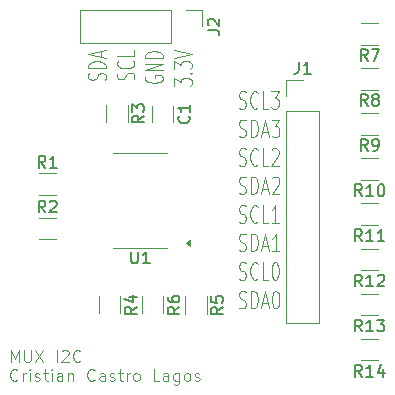
<source format=gbr>
%TF.GenerationSoftware,KiCad,Pcbnew,9.0.6*%
%TF.CreationDate,2026-01-26T18:49:08-03:00*%
%TF.ProjectId,evasion_sensor,65766173-696f-46e5-9f73-656e736f722e,rev?*%
%TF.SameCoordinates,Original*%
%TF.FileFunction,Legend,Top*%
%TF.FilePolarity,Positive*%
%FSLAX46Y46*%
G04 Gerber Fmt 4.6, Leading zero omitted, Abs format (unit mm)*
G04 Created by KiCad (PCBNEW 9.0.6) date 2026-01-26 18:49:08*
%MOMM*%
%LPD*%
G01*
G04 APERTURE LIST*
%ADD10C,0.125000*%
%ADD11C,0.150000*%
%ADD12C,0.120000*%
G04 APERTURE END LIST*
D10*
X197752712Y-65724088D02*
X197895569Y-65795516D01*
X197895569Y-65795516D02*
X198133664Y-65795516D01*
X198133664Y-65795516D02*
X198228902Y-65724088D01*
X198228902Y-65724088D02*
X198276521Y-65652659D01*
X198276521Y-65652659D02*
X198324140Y-65509802D01*
X198324140Y-65509802D02*
X198324140Y-65366945D01*
X198324140Y-65366945D02*
X198276521Y-65224088D01*
X198276521Y-65224088D02*
X198228902Y-65152659D01*
X198228902Y-65152659D02*
X198133664Y-65081230D01*
X198133664Y-65081230D02*
X197943188Y-65009802D01*
X197943188Y-65009802D02*
X197847950Y-64938373D01*
X197847950Y-64938373D02*
X197800331Y-64866945D01*
X197800331Y-64866945D02*
X197752712Y-64724088D01*
X197752712Y-64724088D02*
X197752712Y-64581230D01*
X197752712Y-64581230D02*
X197800331Y-64438373D01*
X197800331Y-64438373D02*
X197847950Y-64366945D01*
X197847950Y-64366945D02*
X197943188Y-64295516D01*
X197943188Y-64295516D02*
X198181283Y-64295516D01*
X198181283Y-64295516D02*
X198324140Y-64366945D01*
X199324140Y-65652659D02*
X199276521Y-65724088D01*
X199276521Y-65724088D02*
X199133664Y-65795516D01*
X199133664Y-65795516D02*
X199038426Y-65795516D01*
X199038426Y-65795516D02*
X198895569Y-65724088D01*
X198895569Y-65724088D02*
X198800331Y-65581230D01*
X198800331Y-65581230D02*
X198752712Y-65438373D01*
X198752712Y-65438373D02*
X198705093Y-65152659D01*
X198705093Y-65152659D02*
X198705093Y-64938373D01*
X198705093Y-64938373D02*
X198752712Y-64652659D01*
X198752712Y-64652659D02*
X198800331Y-64509802D01*
X198800331Y-64509802D02*
X198895569Y-64366945D01*
X198895569Y-64366945D02*
X199038426Y-64295516D01*
X199038426Y-64295516D02*
X199133664Y-64295516D01*
X199133664Y-64295516D02*
X199276521Y-64366945D01*
X199276521Y-64366945D02*
X199324140Y-64438373D01*
X200228902Y-65795516D02*
X199752712Y-65795516D01*
X199752712Y-65795516D02*
X199752712Y-64295516D01*
X200466998Y-64295516D02*
X201086045Y-64295516D01*
X201086045Y-64295516D02*
X200752712Y-64866945D01*
X200752712Y-64866945D02*
X200895569Y-64866945D01*
X200895569Y-64866945D02*
X200990807Y-64938373D01*
X200990807Y-64938373D02*
X201038426Y-65009802D01*
X201038426Y-65009802D02*
X201086045Y-65152659D01*
X201086045Y-65152659D02*
X201086045Y-65509802D01*
X201086045Y-65509802D02*
X201038426Y-65652659D01*
X201038426Y-65652659D02*
X200990807Y-65724088D01*
X200990807Y-65724088D02*
X200895569Y-65795516D01*
X200895569Y-65795516D02*
X200609855Y-65795516D01*
X200609855Y-65795516D02*
X200514617Y-65724088D01*
X200514617Y-65724088D02*
X200466998Y-65652659D01*
X197752712Y-68139004D02*
X197895569Y-68210432D01*
X197895569Y-68210432D02*
X198133664Y-68210432D01*
X198133664Y-68210432D02*
X198228902Y-68139004D01*
X198228902Y-68139004D02*
X198276521Y-68067575D01*
X198276521Y-68067575D02*
X198324140Y-67924718D01*
X198324140Y-67924718D02*
X198324140Y-67781861D01*
X198324140Y-67781861D02*
X198276521Y-67639004D01*
X198276521Y-67639004D02*
X198228902Y-67567575D01*
X198228902Y-67567575D02*
X198133664Y-67496146D01*
X198133664Y-67496146D02*
X197943188Y-67424718D01*
X197943188Y-67424718D02*
X197847950Y-67353289D01*
X197847950Y-67353289D02*
X197800331Y-67281861D01*
X197800331Y-67281861D02*
X197752712Y-67139004D01*
X197752712Y-67139004D02*
X197752712Y-66996146D01*
X197752712Y-66996146D02*
X197800331Y-66853289D01*
X197800331Y-66853289D02*
X197847950Y-66781861D01*
X197847950Y-66781861D02*
X197943188Y-66710432D01*
X197943188Y-66710432D02*
X198181283Y-66710432D01*
X198181283Y-66710432D02*
X198324140Y-66781861D01*
X198752712Y-68210432D02*
X198752712Y-66710432D01*
X198752712Y-66710432D02*
X198990807Y-66710432D01*
X198990807Y-66710432D02*
X199133664Y-66781861D01*
X199133664Y-66781861D02*
X199228902Y-66924718D01*
X199228902Y-66924718D02*
X199276521Y-67067575D01*
X199276521Y-67067575D02*
X199324140Y-67353289D01*
X199324140Y-67353289D02*
X199324140Y-67567575D01*
X199324140Y-67567575D02*
X199276521Y-67853289D01*
X199276521Y-67853289D02*
X199228902Y-67996146D01*
X199228902Y-67996146D02*
X199133664Y-68139004D01*
X199133664Y-68139004D02*
X198990807Y-68210432D01*
X198990807Y-68210432D02*
X198752712Y-68210432D01*
X199705093Y-67781861D02*
X200181283Y-67781861D01*
X199609855Y-68210432D02*
X199943188Y-66710432D01*
X199943188Y-66710432D02*
X200276521Y-68210432D01*
X200514617Y-66710432D02*
X201133664Y-66710432D01*
X201133664Y-66710432D02*
X200800331Y-67281861D01*
X200800331Y-67281861D02*
X200943188Y-67281861D01*
X200943188Y-67281861D02*
X201038426Y-67353289D01*
X201038426Y-67353289D02*
X201086045Y-67424718D01*
X201086045Y-67424718D02*
X201133664Y-67567575D01*
X201133664Y-67567575D02*
X201133664Y-67924718D01*
X201133664Y-67924718D02*
X201086045Y-68067575D01*
X201086045Y-68067575D02*
X201038426Y-68139004D01*
X201038426Y-68139004D02*
X200943188Y-68210432D01*
X200943188Y-68210432D02*
X200657474Y-68210432D01*
X200657474Y-68210432D02*
X200562236Y-68139004D01*
X200562236Y-68139004D02*
X200514617Y-68067575D01*
X197752712Y-70553920D02*
X197895569Y-70625348D01*
X197895569Y-70625348D02*
X198133664Y-70625348D01*
X198133664Y-70625348D02*
X198228902Y-70553920D01*
X198228902Y-70553920D02*
X198276521Y-70482491D01*
X198276521Y-70482491D02*
X198324140Y-70339634D01*
X198324140Y-70339634D02*
X198324140Y-70196777D01*
X198324140Y-70196777D02*
X198276521Y-70053920D01*
X198276521Y-70053920D02*
X198228902Y-69982491D01*
X198228902Y-69982491D02*
X198133664Y-69911062D01*
X198133664Y-69911062D02*
X197943188Y-69839634D01*
X197943188Y-69839634D02*
X197847950Y-69768205D01*
X197847950Y-69768205D02*
X197800331Y-69696777D01*
X197800331Y-69696777D02*
X197752712Y-69553920D01*
X197752712Y-69553920D02*
X197752712Y-69411062D01*
X197752712Y-69411062D02*
X197800331Y-69268205D01*
X197800331Y-69268205D02*
X197847950Y-69196777D01*
X197847950Y-69196777D02*
X197943188Y-69125348D01*
X197943188Y-69125348D02*
X198181283Y-69125348D01*
X198181283Y-69125348D02*
X198324140Y-69196777D01*
X199324140Y-70482491D02*
X199276521Y-70553920D01*
X199276521Y-70553920D02*
X199133664Y-70625348D01*
X199133664Y-70625348D02*
X199038426Y-70625348D01*
X199038426Y-70625348D02*
X198895569Y-70553920D01*
X198895569Y-70553920D02*
X198800331Y-70411062D01*
X198800331Y-70411062D02*
X198752712Y-70268205D01*
X198752712Y-70268205D02*
X198705093Y-69982491D01*
X198705093Y-69982491D02*
X198705093Y-69768205D01*
X198705093Y-69768205D02*
X198752712Y-69482491D01*
X198752712Y-69482491D02*
X198800331Y-69339634D01*
X198800331Y-69339634D02*
X198895569Y-69196777D01*
X198895569Y-69196777D02*
X199038426Y-69125348D01*
X199038426Y-69125348D02*
X199133664Y-69125348D01*
X199133664Y-69125348D02*
X199276521Y-69196777D01*
X199276521Y-69196777D02*
X199324140Y-69268205D01*
X200228902Y-70625348D02*
X199752712Y-70625348D01*
X199752712Y-70625348D02*
X199752712Y-69125348D01*
X200514617Y-69268205D02*
X200562236Y-69196777D01*
X200562236Y-69196777D02*
X200657474Y-69125348D01*
X200657474Y-69125348D02*
X200895569Y-69125348D01*
X200895569Y-69125348D02*
X200990807Y-69196777D01*
X200990807Y-69196777D02*
X201038426Y-69268205D01*
X201038426Y-69268205D02*
X201086045Y-69411062D01*
X201086045Y-69411062D02*
X201086045Y-69553920D01*
X201086045Y-69553920D02*
X201038426Y-69768205D01*
X201038426Y-69768205D02*
X200466998Y-70625348D01*
X200466998Y-70625348D02*
X201086045Y-70625348D01*
X197752712Y-72968836D02*
X197895569Y-73040264D01*
X197895569Y-73040264D02*
X198133664Y-73040264D01*
X198133664Y-73040264D02*
X198228902Y-72968836D01*
X198228902Y-72968836D02*
X198276521Y-72897407D01*
X198276521Y-72897407D02*
X198324140Y-72754550D01*
X198324140Y-72754550D02*
X198324140Y-72611693D01*
X198324140Y-72611693D02*
X198276521Y-72468836D01*
X198276521Y-72468836D02*
X198228902Y-72397407D01*
X198228902Y-72397407D02*
X198133664Y-72325978D01*
X198133664Y-72325978D02*
X197943188Y-72254550D01*
X197943188Y-72254550D02*
X197847950Y-72183121D01*
X197847950Y-72183121D02*
X197800331Y-72111693D01*
X197800331Y-72111693D02*
X197752712Y-71968836D01*
X197752712Y-71968836D02*
X197752712Y-71825978D01*
X197752712Y-71825978D02*
X197800331Y-71683121D01*
X197800331Y-71683121D02*
X197847950Y-71611693D01*
X197847950Y-71611693D02*
X197943188Y-71540264D01*
X197943188Y-71540264D02*
X198181283Y-71540264D01*
X198181283Y-71540264D02*
X198324140Y-71611693D01*
X198752712Y-73040264D02*
X198752712Y-71540264D01*
X198752712Y-71540264D02*
X198990807Y-71540264D01*
X198990807Y-71540264D02*
X199133664Y-71611693D01*
X199133664Y-71611693D02*
X199228902Y-71754550D01*
X199228902Y-71754550D02*
X199276521Y-71897407D01*
X199276521Y-71897407D02*
X199324140Y-72183121D01*
X199324140Y-72183121D02*
X199324140Y-72397407D01*
X199324140Y-72397407D02*
X199276521Y-72683121D01*
X199276521Y-72683121D02*
X199228902Y-72825978D01*
X199228902Y-72825978D02*
X199133664Y-72968836D01*
X199133664Y-72968836D02*
X198990807Y-73040264D01*
X198990807Y-73040264D02*
X198752712Y-73040264D01*
X199705093Y-72611693D02*
X200181283Y-72611693D01*
X199609855Y-73040264D02*
X199943188Y-71540264D01*
X199943188Y-71540264D02*
X200276521Y-73040264D01*
X200562236Y-71683121D02*
X200609855Y-71611693D01*
X200609855Y-71611693D02*
X200705093Y-71540264D01*
X200705093Y-71540264D02*
X200943188Y-71540264D01*
X200943188Y-71540264D02*
X201038426Y-71611693D01*
X201038426Y-71611693D02*
X201086045Y-71683121D01*
X201086045Y-71683121D02*
X201133664Y-71825978D01*
X201133664Y-71825978D02*
X201133664Y-71968836D01*
X201133664Y-71968836D02*
X201086045Y-72183121D01*
X201086045Y-72183121D02*
X200514617Y-73040264D01*
X200514617Y-73040264D02*
X201133664Y-73040264D01*
X197752712Y-75383752D02*
X197895569Y-75455180D01*
X197895569Y-75455180D02*
X198133664Y-75455180D01*
X198133664Y-75455180D02*
X198228902Y-75383752D01*
X198228902Y-75383752D02*
X198276521Y-75312323D01*
X198276521Y-75312323D02*
X198324140Y-75169466D01*
X198324140Y-75169466D02*
X198324140Y-75026609D01*
X198324140Y-75026609D02*
X198276521Y-74883752D01*
X198276521Y-74883752D02*
X198228902Y-74812323D01*
X198228902Y-74812323D02*
X198133664Y-74740894D01*
X198133664Y-74740894D02*
X197943188Y-74669466D01*
X197943188Y-74669466D02*
X197847950Y-74598037D01*
X197847950Y-74598037D02*
X197800331Y-74526609D01*
X197800331Y-74526609D02*
X197752712Y-74383752D01*
X197752712Y-74383752D02*
X197752712Y-74240894D01*
X197752712Y-74240894D02*
X197800331Y-74098037D01*
X197800331Y-74098037D02*
X197847950Y-74026609D01*
X197847950Y-74026609D02*
X197943188Y-73955180D01*
X197943188Y-73955180D02*
X198181283Y-73955180D01*
X198181283Y-73955180D02*
X198324140Y-74026609D01*
X199324140Y-75312323D02*
X199276521Y-75383752D01*
X199276521Y-75383752D02*
X199133664Y-75455180D01*
X199133664Y-75455180D02*
X199038426Y-75455180D01*
X199038426Y-75455180D02*
X198895569Y-75383752D01*
X198895569Y-75383752D02*
X198800331Y-75240894D01*
X198800331Y-75240894D02*
X198752712Y-75098037D01*
X198752712Y-75098037D02*
X198705093Y-74812323D01*
X198705093Y-74812323D02*
X198705093Y-74598037D01*
X198705093Y-74598037D02*
X198752712Y-74312323D01*
X198752712Y-74312323D02*
X198800331Y-74169466D01*
X198800331Y-74169466D02*
X198895569Y-74026609D01*
X198895569Y-74026609D02*
X199038426Y-73955180D01*
X199038426Y-73955180D02*
X199133664Y-73955180D01*
X199133664Y-73955180D02*
X199276521Y-74026609D01*
X199276521Y-74026609D02*
X199324140Y-74098037D01*
X200228902Y-75455180D02*
X199752712Y-75455180D01*
X199752712Y-75455180D02*
X199752712Y-73955180D01*
X201086045Y-75455180D02*
X200514617Y-75455180D01*
X200800331Y-75455180D02*
X200800331Y-73955180D01*
X200800331Y-73955180D02*
X200705093Y-74169466D01*
X200705093Y-74169466D02*
X200609855Y-74312323D01*
X200609855Y-74312323D02*
X200514617Y-74383752D01*
X197752712Y-77798668D02*
X197895569Y-77870096D01*
X197895569Y-77870096D02*
X198133664Y-77870096D01*
X198133664Y-77870096D02*
X198228902Y-77798668D01*
X198228902Y-77798668D02*
X198276521Y-77727239D01*
X198276521Y-77727239D02*
X198324140Y-77584382D01*
X198324140Y-77584382D02*
X198324140Y-77441525D01*
X198324140Y-77441525D02*
X198276521Y-77298668D01*
X198276521Y-77298668D02*
X198228902Y-77227239D01*
X198228902Y-77227239D02*
X198133664Y-77155810D01*
X198133664Y-77155810D02*
X197943188Y-77084382D01*
X197943188Y-77084382D02*
X197847950Y-77012953D01*
X197847950Y-77012953D02*
X197800331Y-76941525D01*
X197800331Y-76941525D02*
X197752712Y-76798668D01*
X197752712Y-76798668D02*
X197752712Y-76655810D01*
X197752712Y-76655810D02*
X197800331Y-76512953D01*
X197800331Y-76512953D02*
X197847950Y-76441525D01*
X197847950Y-76441525D02*
X197943188Y-76370096D01*
X197943188Y-76370096D02*
X198181283Y-76370096D01*
X198181283Y-76370096D02*
X198324140Y-76441525D01*
X198752712Y-77870096D02*
X198752712Y-76370096D01*
X198752712Y-76370096D02*
X198990807Y-76370096D01*
X198990807Y-76370096D02*
X199133664Y-76441525D01*
X199133664Y-76441525D02*
X199228902Y-76584382D01*
X199228902Y-76584382D02*
X199276521Y-76727239D01*
X199276521Y-76727239D02*
X199324140Y-77012953D01*
X199324140Y-77012953D02*
X199324140Y-77227239D01*
X199324140Y-77227239D02*
X199276521Y-77512953D01*
X199276521Y-77512953D02*
X199228902Y-77655810D01*
X199228902Y-77655810D02*
X199133664Y-77798668D01*
X199133664Y-77798668D02*
X198990807Y-77870096D01*
X198990807Y-77870096D02*
X198752712Y-77870096D01*
X199705093Y-77441525D02*
X200181283Y-77441525D01*
X199609855Y-77870096D02*
X199943188Y-76370096D01*
X199943188Y-76370096D02*
X200276521Y-77870096D01*
X201133664Y-77870096D02*
X200562236Y-77870096D01*
X200847950Y-77870096D02*
X200847950Y-76370096D01*
X200847950Y-76370096D02*
X200752712Y-76584382D01*
X200752712Y-76584382D02*
X200657474Y-76727239D01*
X200657474Y-76727239D02*
X200562236Y-76798668D01*
X197752712Y-80213584D02*
X197895569Y-80285012D01*
X197895569Y-80285012D02*
X198133664Y-80285012D01*
X198133664Y-80285012D02*
X198228902Y-80213584D01*
X198228902Y-80213584D02*
X198276521Y-80142155D01*
X198276521Y-80142155D02*
X198324140Y-79999298D01*
X198324140Y-79999298D02*
X198324140Y-79856441D01*
X198324140Y-79856441D02*
X198276521Y-79713584D01*
X198276521Y-79713584D02*
X198228902Y-79642155D01*
X198228902Y-79642155D02*
X198133664Y-79570726D01*
X198133664Y-79570726D02*
X197943188Y-79499298D01*
X197943188Y-79499298D02*
X197847950Y-79427869D01*
X197847950Y-79427869D02*
X197800331Y-79356441D01*
X197800331Y-79356441D02*
X197752712Y-79213584D01*
X197752712Y-79213584D02*
X197752712Y-79070726D01*
X197752712Y-79070726D02*
X197800331Y-78927869D01*
X197800331Y-78927869D02*
X197847950Y-78856441D01*
X197847950Y-78856441D02*
X197943188Y-78785012D01*
X197943188Y-78785012D02*
X198181283Y-78785012D01*
X198181283Y-78785012D02*
X198324140Y-78856441D01*
X199324140Y-80142155D02*
X199276521Y-80213584D01*
X199276521Y-80213584D02*
X199133664Y-80285012D01*
X199133664Y-80285012D02*
X199038426Y-80285012D01*
X199038426Y-80285012D02*
X198895569Y-80213584D01*
X198895569Y-80213584D02*
X198800331Y-80070726D01*
X198800331Y-80070726D02*
X198752712Y-79927869D01*
X198752712Y-79927869D02*
X198705093Y-79642155D01*
X198705093Y-79642155D02*
X198705093Y-79427869D01*
X198705093Y-79427869D02*
X198752712Y-79142155D01*
X198752712Y-79142155D02*
X198800331Y-78999298D01*
X198800331Y-78999298D02*
X198895569Y-78856441D01*
X198895569Y-78856441D02*
X199038426Y-78785012D01*
X199038426Y-78785012D02*
X199133664Y-78785012D01*
X199133664Y-78785012D02*
X199276521Y-78856441D01*
X199276521Y-78856441D02*
X199324140Y-78927869D01*
X200228902Y-80285012D02*
X199752712Y-80285012D01*
X199752712Y-80285012D02*
X199752712Y-78785012D01*
X200752712Y-78785012D02*
X200847950Y-78785012D01*
X200847950Y-78785012D02*
X200943188Y-78856441D01*
X200943188Y-78856441D02*
X200990807Y-78927869D01*
X200990807Y-78927869D02*
X201038426Y-79070726D01*
X201038426Y-79070726D02*
X201086045Y-79356441D01*
X201086045Y-79356441D02*
X201086045Y-79713584D01*
X201086045Y-79713584D02*
X201038426Y-79999298D01*
X201038426Y-79999298D02*
X200990807Y-80142155D01*
X200990807Y-80142155D02*
X200943188Y-80213584D01*
X200943188Y-80213584D02*
X200847950Y-80285012D01*
X200847950Y-80285012D02*
X200752712Y-80285012D01*
X200752712Y-80285012D02*
X200657474Y-80213584D01*
X200657474Y-80213584D02*
X200609855Y-80142155D01*
X200609855Y-80142155D02*
X200562236Y-79999298D01*
X200562236Y-79999298D02*
X200514617Y-79713584D01*
X200514617Y-79713584D02*
X200514617Y-79356441D01*
X200514617Y-79356441D02*
X200562236Y-79070726D01*
X200562236Y-79070726D02*
X200609855Y-78927869D01*
X200609855Y-78927869D02*
X200657474Y-78856441D01*
X200657474Y-78856441D02*
X200752712Y-78785012D01*
X197752712Y-82628500D02*
X197895569Y-82699928D01*
X197895569Y-82699928D02*
X198133664Y-82699928D01*
X198133664Y-82699928D02*
X198228902Y-82628500D01*
X198228902Y-82628500D02*
X198276521Y-82557071D01*
X198276521Y-82557071D02*
X198324140Y-82414214D01*
X198324140Y-82414214D02*
X198324140Y-82271357D01*
X198324140Y-82271357D02*
X198276521Y-82128500D01*
X198276521Y-82128500D02*
X198228902Y-82057071D01*
X198228902Y-82057071D02*
X198133664Y-81985642D01*
X198133664Y-81985642D02*
X197943188Y-81914214D01*
X197943188Y-81914214D02*
X197847950Y-81842785D01*
X197847950Y-81842785D02*
X197800331Y-81771357D01*
X197800331Y-81771357D02*
X197752712Y-81628500D01*
X197752712Y-81628500D02*
X197752712Y-81485642D01*
X197752712Y-81485642D02*
X197800331Y-81342785D01*
X197800331Y-81342785D02*
X197847950Y-81271357D01*
X197847950Y-81271357D02*
X197943188Y-81199928D01*
X197943188Y-81199928D02*
X198181283Y-81199928D01*
X198181283Y-81199928D02*
X198324140Y-81271357D01*
X198752712Y-82699928D02*
X198752712Y-81199928D01*
X198752712Y-81199928D02*
X198990807Y-81199928D01*
X198990807Y-81199928D02*
X199133664Y-81271357D01*
X199133664Y-81271357D02*
X199228902Y-81414214D01*
X199228902Y-81414214D02*
X199276521Y-81557071D01*
X199276521Y-81557071D02*
X199324140Y-81842785D01*
X199324140Y-81842785D02*
X199324140Y-82057071D01*
X199324140Y-82057071D02*
X199276521Y-82342785D01*
X199276521Y-82342785D02*
X199228902Y-82485642D01*
X199228902Y-82485642D02*
X199133664Y-82628500D01*
X199133664Y-82628500D02*
X198990807Y-82699928D01*
X198990807Y-82699928D02*
X198752712Y-82699928D01*
X199705093Y-82271357D02*
X200181283Y-82271357D01*
X199609855Y-82699928D02*
X199943188Y-81199928D01*
X199943188Y-81199928D02*
X200276521Y-82699928D01*
X200800331Y-81199928D02*
X200895569Y-81199928D01*
X200895569Y-81199928D02*
X200990807Y-81271357D01*
X200990807Y-81271357D02*
X201038426Y-81342785D01*
X201038426Y-81342785D02*
X201086045Y-81485642D01*
X201086045Y-81485642D02*
X201133664Y-81771357D01*
X201133664Y-81771357D02*
X201133664Y-82128500D01*
X201133664Y-82128500D02*
X201086045Y-82414214D01*
X201086045Y-82414214D02*
X201038426Y-82557071D01*
X201038426Y-82557071D02*
X200990807Y-82628500D01*
X200990807Y-82628500D02*
X200895569Y-82699928D01*
X200895569Y-82699928D02*
X200800331Y-82699928D01*
X200800331Y-82699928D02*
X200705093Y-82628500D01*
X200705093Y-82628500D02*
X200657474Y-82557071D01*
X200657474Y-82557071D02*
X200609855Y-82414214D01*
X200609855Y-82414214D02*
X200562236Y-82128500D01*
X200562236Y-82128500D02*
X200562236Y-81771357D01*
X200562236Y-81771357D02*
X200609855Y-81485642D01*
X200609855Y-81485642D02*
X200657474Y-81342785D01*
X200657474Y-81342785D02*
X200705093Y-81271357D01*
X200705093Y-81271357D02*
X200800331Y-81199928D01*
X178410331Y-87231175D02*
X178410331Y-86231175D01*
X178410331Y-86231175D02*
X178743664Y-86945460D01*
X178743664Y-86945460D02*
X179076997Y-86231175D01*
X179076997Y-86231175D02*
X179076997Y-87231175D01*
X179553188Y-86231175D02*
X179553188Y-87040698D01*
X179553188Y-87040698D02*
X179600807Y-87135936D01*
X179600807Y-87135936D02*
X179648426Y-87183556D01*
X179648426Y-87183556D02*
X179743664Y-87231175D01*
X179743664Y-87231175D02*
X179934140Y-87231175D01*
X179934140Y-87231175D02*
X180029378Y-87183556D01*
X180029378Y-87183556D02*
X180076997Y-87135936D01*
X180076997Y-87135936D02*
X180124616Y-87040698D01*
X180124616Y-87040698D02*
X180124616Y-86231175D01*
X180505569Y-86231175D02*
X181172235Y-87231175D01*
X181172235Y-86231175D02*
X180505569Y-87231175D01*
X182315093Y-87231175D02*
X182315093Y-86231175D01*
X182743664Y-86326413D02*
X182791283Y-86278794D01*
X182791283Y-86278794D02*
X182886521Y-86231175D01*
X182886521Y-86231175D02*
X183124616Y-86231175D01*
X183124616Y-86231175D02*
X183219854Y-86278794D01*
X183219854Y-86278794D02*
X183267473Y-86326413D01*
X183267473Y-86326413D02*
X183315092Y-86421651D01*
X183315092Y-86421651D02*
X183315092Y-86516889D01*
X183315092Y-86516889D02*
X183267473Y-86659746D01*
X183267473Y-86659746D02*
X182696045Y-87231175D01*
X182696045Y-87231175D02*
X183315092Y-87231175D01*
X184315092Y-87135936D02*
X184267473Y-87183556D01*
X184267473Y-87183556D02*
X184124616Y-87231175D01*
X184124616Y-87231175D02*
X184029378Y-87231175D01*
X184029378Y-87231175D02*
X183886521Y-87183556D01*
X183886521Y-87183556D02*
X183791283Y-87088317D01*
X183791283Y-87088317D02*
X183743664Y-86993079D01*
X183743664Y-86993079D02*
X183696045Y-86802603D01*
X183696045Y-86802603D02*
X183696045Y-86659746D01*
X183696045Y-86659746D02*
X183743664Y-86469270D01*
X183743664Y-86469270D02*
X183791283Y-86374032D01*
X183791283Y-86374032D02*
X183886521Y-86278794D01*
X183886521Y-86278794D02*
X184029378Y-86231175D01*
X184029378Y-86231175D02*
X184124616Y-86231175D01*
X184124616Y-86231175D02*
X184267473Y-86278794D01*
X184267473Y-86278794D02*
X184315092Y-86326413D01*
X178981759Y-88745880D02*
X178934140Y-88793500D01*
X178934140Y-88793500D02*
X178791283Y-88841119D01*
X178791283Y-88841119D02*
X178696045Y-88841119D01*
X178696045Y-88841119D02*
X178553188Y-88793500D01*
X178553188Y-88793500D02*
X178457950Y-88698261D01*
X178457950Y-88698261D02*
X178410331Y-88603023D01*
X178410331Y-88603023D02*
X178362712Y-88412547D01*
X178362712Y-88412547D02*
X178362712Y-88269690D01*
X178362712Y-88269690D02*
X178410331Y-88079214D01*
X178410331Y-88079214D02*
X178457950Y-87983976D01*
X178457950Y-87983976D02*
X178553188Y-87888738D01*
X178553188Y-87888738D02*
X178696045Y-87841119D01*
X178696045Y-87841119D02*
X178791283Y-87841119D01*
X178791283Y-87841119D02*
X178934140Y-87888738D01*
X178934140Y-87888738D02*
X178981759Y-87936357D01*
X179410331Y-88841119D02*
X179410331Y-88174452D01*
X179410331Y-88364928D02*
X179457950Y-88269690D01*
X179457950Y-88269690D02*
X179505569Y-88222071D01*
X179505569Y-88222071D02*
X179600807Y-88174452D01*
X179600807Y-88174452D02*
X179696045Y-88174452D01*
X180029379Y-88841119D02*
X180029379Y-88174452D01*
X180029379Y-87841119D02*
X179981760Y-87888738D01*
X179981760Y-87888738D02*
X180029379Y-87936357D01*
X180029379Y-87936357D02*
X180076998Y-87888738D01*
X180076998Y-87888738D02*
X180029379Y-87841119D01*
X180029379Y-87841119D02*
X180029379Y-87936357D01*
X180457950Y-88793500D02*
X180553188Y-88841119D01*
X180553188Y-88841119D02*
X180743664Y-88841119D01*
X180743664Y-88841119D02*
X180838902Y-88793500D01*
X180838902Y-88793500D02*
X180886521Y-88698261D01*
X180886521Y-88698261D02*
X180886521Y-88650642D01*
X180886521Y-88650642D02*
X180838902Y-88555404D01*
X180838902Y-88555404D02*
X180743664Y-88507785D01*
X180743664Y-88507785D02*
X180600807Y-88507785D01*
X180600807Y-88507785D02*
X180505569Y-88460166D01*
X180505569Y-88460166D02*
X180457950Y-88364928D01*
X180457950Y-88364928D02*
X180457950Y-88317309D01*
X180457950Y-88317309D02*
X180505569Y-88222071D01*
X180505569Y-88222071D02*
X180600807Y-88174452D01*
X180600807Y-88174452D02*
X180743664Y-88174452D01*
X180743664Y-88174452D02*
X180838902Y-88222071D01*
X181172236Y-88174452D02*
X181553188Y-88174452D01*
X181315093Y-87841119D02*
X181315093Y-88698261D01*
X181315093Y-88698261D02*
X181362712Y-88793500D01*
X181362712Y-88793500D02*
X181457950Y-88841119D01*
X181457950Y-88841119D02*
X181553188Y-88841119D01*
X181886522Y-88841119D02*
X181886522Y-88174452D01*
X181886522Y-87841119D02*
X181838903Y-87888738D01*
X181838903Y-87888738D02*
X181886522Y-87936357D01*
X181886522Y-87936357D02*
X181934141Y-87888738D01*
X181934141Y-87888738D02*
X181886522Y-87841119D01*
X181886522Y-87841119D02*
X181886522Y-87936357D01*
X182791283Y-88841119D02*
X182791283Y-88317309D01*
X182791283Y-88317309D02*
X182743664Y-88222071D01*
X182743664Y-88222071D02*
X182648426Y-88174452D01*
X182648426Y-88174452D02*
X182457950Y-88174452D01*
X182457950Y-88174452D02*
X182362712Y-88222071D01*
X182791283Y-88793500D02*
X182696045Y-88841119D01*
X182696045Y-88841119D02*
X182457950Y-88841119D01*
X182457950Y-88841119D02*
X182362712Y-88793500D01*
X182362712Y-88793500D02*
X182315093Y-88698261D01*
X182315093Y-88698261D02*
X182315093Y-88603023D01*
X182315093Y-88603023D02*
X182362712Y-88507785D01*
X182362712Y-88507785D02*
X182457950Y-88460166D01*
X182457950Y-88460166D02*
X182696045Y-88460166D01*
X182696045Y-88460166D02*
X182791283Y-88412547D01*
X183267474Y-88174452D02*
X183267474Y-88841119D01*
X183267474Y-88269690D02*
X183315093Y-88222071D01*
X183315093Y-88222071D02*
X183410331Y-88174452D01*
X183410331Y-88174452D02*
X183553188Y-88174452D01*
X183553188Y-88174452D02*
X183648426Y-88222071D01*
X183648426Y-88222071D02*
X183696045Y-88317309D01*
X183696045Y-88317309D02*
X183696045Y-88841119D01*
X185505569Y-88745880D02*
X185457950Y-88793500D01*
X185457950Y-88793500D02*
X185315093Y-88841119D01*
X185315093Y-88841119D02*
X185219855Y-88841119D01*
X185219855Y-88841119D02*
X185076998Y-88793500D01*
X185076998Y-88793500D02*
X184981760Y-88698261D01*
X184981760Y-88698261D02*
X184934141Y-88603023D01*
X184934141Y-88603023D02*
X184886522Y-88412547D01*
X184886522Y-88412547D02*
X184886522Y-88269690D01*
X184886522Y-88269690D02*
X184934141Y-88079214D01*
X184934141Y-88079214D02*
X184981760Y-87983976D01*
X184981760Y-87983976D02*
X185076998Y-87888738D01*
X185076998Y-87888738D02*
X185219855Y-87841119D01*
X185219855Y-87841119D02*
X185315093Y-87841119D01*
X185315093Y-87841119D02*
X185457950Y-87888738D01*
X185457950Y-87888738D02*
X185505569Y-87936357D01*
X186362712Y-88841119D02*
X186362712Y-88317309D01*
X186362712Y-88317309D02*
X186315093Y-88222071D01*
X186315093Y-88222071D02*
X186219855Y-88174452D01*
X186219855Y-88174452D02*
X186029379Y-88174452D01*
X186029379Y-88174452D02*
X185934141Y-88222071D01*
X186362712Y-88793500D02*
X186267474Y-88841119D01*
X186267474Y-88841119D02*
X186029379Y-88841119D01*
X186029379Y-88841119D02*
X185934141Y-88793500D01*
X185934141Y-88793500D02*
X185886522Y-88698261D01*
X185886522Y-88698261D02*
X185886522Y-88603023D01*
X185886522Y-88603023D02*
X185934141Y-88507785D01*
X185934141Y-88507785D02*
X186029379Y-88460166D01*
X186029379Y-88460166D02*
X186267474Y-88460166D01*
X186267474Y-88460166D02*
X186362712Y-88412547D01*
X186791284Y-88793500D02*
X186886522Y-88841119D01*
X186886522Y-88841119D02*
X187076998Y-88841119D01*
X187076998Y-88841119D02*
X187172236Y-88793500D01*
X187172236Y-88793500D02*
X187219855Y-88698261D01*
X187219855Y-88698261D02*
X187219855Y-88650642D01*
X187219855Y-88650642D02*
X187172236Y-88555404D01*
X187172236Y-88555404D02*
X187076998Y-88507785D01*
X187076998Y-88507785D02*
X186934141Y-88507785D01*
X186934141Y-88507785D02*
X186838903Y-88460166D01*
X186838903Y-88460166D02*
X186791284Y-88364928D01*
X186791284Y-88364928D02*
X186791284Y-88317309D01*
X186791284Y-88317309D02*
X186838903Y-88222071D01*
X186838903Y-88222071D02*
X186934141Y-88174452D01*
X186934141Y-88174452D02*
X187076998Y-88174452D01*
X187076998Y-88174452D02*
X187172236Y-88222071D01*
X187505570Y-88174452D02*
X187886522Y-88174452D01*
X187648427Y-87841119D02*
X187648427Y-88698261D01*
X187648427Y-88698261D02*
X187696046Y-88793500D01*
X187696046Y-88793500D02*
X187791284Y-88841119D01*
X187791284Y-88841119D02*
X187886522Y-88841119D01*
X188219856Y-88841119D02*
X188219856Y-88174452D01*
X188219856Y-88364928D02*
X188267475Y-88269690D01*
X188267475Y-88269690D02*
X188315094Y-88222071D01*
X188315094Y-88222071D02*
X188410332Y-88174452D01*
X188410332Y-88174452D02*
X188505570Y-88174452D01*
X188981761Y-88841119D02*
X188886523Y-88793500D01*
X188886523Y-88793500D02*
X188838904Y-88745880D01*
X188838904Y-88745880D02*
X188791285Y-88650642D01*
X188791285Y-88650642D02*
X188791285Y-88364928D01*
X188791285Y-88364928D02*
X188838904Y-88269690D01*
X188838904Y-88269690D02*
X188886523Y-88222071D01*
X188886523Y-88222071D02*
X188981761Y-88174452D01*
X188981761Y-88174452D02*
X189124618Y-88174452D01*
X189124618Y-88174452D02*
X189219856Y-88222071D01*
X189219856Y-88222071D02*
X189267475Y-88269690D01*
X189267475Y-88269690D02*
X189315094Y-88364928D01*
X189315094Y-88364928D02*
X189315094Y-88650642D01*
X189315094Y-88650642D02*
X189267475Y-88745880D01*
X189267475Y-88745880D02*
X189219856Y-88793500D01*
X189219856Y-88793500D02*
X189124618Y-88841119D01*
X189124618Y-88841119D02*
X188981761Y-88841119D01*
X190981761Y-88841119D02*
X190505571Y-88841119D01*
X190505571Y-88841119D02*
X190505571Y-87841119D01*
X191743666Y-88841119D02*
X191743666Y-88317309D01*
X191743666Y-88317309D02*
X191696047Y-88222071D01*
X191696047Y-88222071D02*
X191600809Y-88174452D01*
X191600809Y-88174452D02*
X191410333Y-88174452D01*
X191410333Y-88174452D02*
X191315095Y-88222071D01*
X191743666Y-88793500D02*
X191648428Y-88841119D01*
X191648428Y-88841119D02*
X191410333Y-88841119D01*
X191410333Y-88841119D02*
X191315095Y-88793500D01*
X191315095Y-88793500D02*
X191267476Y-88698261D01*
X191267476Y-88698261D02*
X191267476Y-88603023D01*
X191267476Y-88603023D02*
X191315095Y-88507785D01*
X191315095Y-88507785D02*
X191410333Y-88460166D01*
X191410333Y-88460166D02*
X191648428Y-88460166D01*
X191648428Y-88460166D02*
X191743666Y-88412547D01*
X192648428Y-88174452D02*
X192648428Y-88983976D01*
X192648428Y-88983976D02*
X192600809Y-89079214D01*
X192600809Y-89079214D02*
X192553190Y-89126833D01*
X192553190Y-89126833D02*
X192457952Y-89174452D01*
X192457952Y-89174452D02*
X192315095Y-89174452D01*
X192315095Y-89174452D02*
X192219857Y-89126833D01*
X192648428Y-88793500D02*
X192553190Y-88841119D01*
X192553190Y-88841119D02*
X192362714Y-88841119D01*
X192362714Y-88841119D02*
X192267476Y-88793500D01*
X192267476Y-88793500D02*
X192219857Y-88745880D01*
X192219857Y-88745880D02*
X192172238Y-88650642D01*
X192172238Y-88650642D02*
X192172238Y-88364928D01*
X192172238Y-88364928D02*
X192219857Y-88269690D01*
X192219857Y-88269690D02*
X192267476Y-88222071D01*
X192267476Y-88222071D02*
X192362714Y-88174452D01*
X192362714Y-88174452D02*
X192553190Y-88174452D01*
X192553190Y-88174452D02*
X192648428Y-88222071D01*
X193267476Y-88841119D02*
X193172238Y-88793500D01*
X193172238Y-88793500D02*
X193124619Y-88745880D01*
X193124619Y-88745880D02*
X193077000Y-88650642D01*
X193077000Y-88650642D02*
X193077000Y-88364928D01*
X193077000Y-88364928D02*
X193124619Y-88269690D01*
X193124619Y-88269690D02*
X193172238Y-88222071D01*
X193172238Y-88222071D02*
X193267476Y-88174452D01*
X193267476Y-88174452D02*
X193410333Y-88174452D01*
X193410333Y-88174452D02*
X193505571Y-88222071D01*
X193505571Y-88222071D02*
X193553190Y-88269690D01*
X193553190Y-88269690D02*
X193600809Y-88364928D01*
X193600809Y-88364928D02*
X193600809Y-88650642D01*
X193600809Y-88650642D02*
X193553190Y-88745880D01*
X193553190Y-88745880D02*
X193505571Y-88793500D01*
X193505571Y-88793500D02*
X193410333Y-88841119D01*
X193410333Y-88841119D02*
X193267476Y-88841119D01*
X193981762Y-88793500D02*
X194077000Y-88841119D01*
X194077000Y-88841119D02*
X194267476Y-88841119D01*
X194267476Y-88841119D02*
X194362714Y-88793500D01*
X194362714Y-88793500D02*
X194410333Y-88698261D01*
X194410333Y-88698261D02*
X194410333Y-88650642D01*
X194410333Y-88650642D02*
X194362714Y-88555404D01*
X194362714Y-88555404D02*
X194267476Y-88507785D01*
X194267476Y-88507785D02*
X194124619Y-88507785D01*
X194124619Y-88507785D02*
X194029381Y-88460166D01*
X194029381Y-88460166D02*
X193981762Y-88364928D01*
X193981762Y-88364928D02*
X193981762Y-88317309D01*
X193981762Y-88317309D02*
X194029381Y-88222071D01*
X194029381Y-88222071D02*
X194124619Y-88174452D01*
X194124619Y-88174452D02*
X194267476Y-88174452D01*
X194267476Y-88174452D02*
X194362714Y-88222071D01*
X186403752Y-63361283D02*
X186475180Y-63218426D01*
X186475180Y-63218426D02*
X186475180Y-62980331D01*
X186475180Y-62980331D02*
X186403752Y-62885093D01*
X186403752Y-62885093D02*
X186332323Y-62837474D01*
X186332323Y-62837474D02*
X186189466Y-62789855D01*
X186189466Y-62789855D02*
X186046609Y-62789855D01*
X186046609Y-62789855D02*
X185903752Y-62837474D01*
X185903752Y-62837474D02*
X185832323Y-62885093D01*
X185832323Y-62885093D02*
X185760894Y-62980331D01*
X185760894Y-62980331D02*
X185689466Y-63170807D01*
X185689466Y-63170807D02*
X185618037Y-63266045D01*
X185618037Y-63266045D02*
X185546609Y-63313664D01*
X185546609Y-63313664D02*
X185403752Y-63361283D01*
X185403752Y-63361283D02*
X185260894Y-63361283D01*
X185260894Y-63361283D02*
X185118037Y-63313664D01*
X185118037Y-63313664D02*
X185046609Y-63266045D01*
X185046609Y-63266045D02*
X184975180Y-63170807D01*
X184975180Y-63170807D02*
X184975180Y-62932712D01*
X184975180Y-62932712D02*
X185046609Y-62789855D01*
X186475180Y-62361283D02*
X184975180Y-62361283D01*
X184975180Y-62361283D02*
X184975180Y-62123188D01*
X184975180Y-62123188D02*
X185046609Y-61980331D01*
X185046609Y-61980331D02*
X185189466Y-61885093D01*
X185189466Y-61885093D02*
X185332323Y-61837474D01*
X185332323Y-61837474D02*
X185618037Y-61789855D01*
X185618037Y-61789855D02*
X185832323Y-61789855D01*
X185832323Y-61789855D02*
X186118037Y-61837474D01*
X186118037Y-61837474D02*
X186260894Y-61885093D01*
X186260894Y-61885093D02*
X186403752Y-61980331D01*
X186403752Y-61980331D02*
X186475180Y-62123188D01*
X186475180Y-62123188D02*
X186475180Y-62361283D01*
X186046609Y-61408902D02*
X186046609Y-60932712D01*
X186475180Y-61504140D02*
X184975180Y-61170807D01*
X184975180Y-61170807D02*
X186475180Y-60837474D01*
X188818668Y-63313664D02*
X188890096Y-63170807D01*
X188890096Y-63170807D02*
X188890096Y-62932712D01*
X188890096Y-62932712D02*
X188818668Y-62837474D01*
X188818668Y-62837474D02*
X188747239Y-62789855D01*
X188747239Y-62789855D02*
X188604382Y-62742236D01*
X188604382Y-62742236D02*
X188461525Y-62742236D01*
X188461525Y-62742236D02*
X188318668Y-62789855D01*
X188318668Y-62789855D02*
X188247239Y-62837474D01*
X188247239Y-62837474D02*
X188175810Y-62932712D01*
X188175810Y-62932712D02*
X188104382Y-63123188D01*
X188104382Y-63123188D02*
X188032953Y-63218426D01*
X188032953Y-63218426D02*
X187961525Y-63266045D01*
X187961525Y-63266045D02*
X187818668Y-63313664D01*
X187818668Y-63313664D02*
X187675810Y-63313664D01*
X187675810Y-63313664D02*
X187532953Y-63266045D01*
X187532953Y-63266045D02*
X187461525Y-63218426D01*
X187461525Y-63218426D02*
X187390096Y-63123188D01*
X187390096Y-63123188D02*
X187390096Y-62885093D01*
X187390096Y-62885093D02*
X187461525Y-62742236D01*
X188747239Y-61742236D02*
X188818668Y-61789855D01*
X188818668Y-61789855D02*
X188890096Y-61932712D01*
X188890096Y-61932712D02*
X188890096Y-62027950D01*
X188890096Y-62027950D02*
X188818668Y-62170807D01*
X188818668Y-62170807D02*
X188675810Y-62266045D01*
X188675810Y-62266045D02*
X188532953Y-62313664D01*
X188532953Y-62313664D02*
X188247239Y-62361283D01*
X188247239Y-62361283D02*
X188032953Y-62361283D01*
X188032953Y-62361283D02*
X187747239Y-62313664D01*
X187747239Y-62313664D02*
X187604382Y-62266045D01*
X187604382Y-62266045D02*
X187461525Y-62170807D01*
X187461525Y-62170807D02*
X187390096Y-62027950D01*
X187390096Y-62027950D02*
X187390096Y-61932712D01*
X187390096Y-61932712D02*
X187461525Y-61789855D01*
X187461525Y-61789855D02*
X187532953Y-61742236D01*
X188890096Y-60837474D02*
X188890096Y-61313664D01*
X188890096Y-61313664D02*
X187390096Y-61313664D01*
X189876441Y-63027950D02*
X189805012Y-63123188D01*
X189805012Y-63123188D02*
X189805012Y-63266045D01*
X189805012Y-63266045D02*
X189876441Y-63408902D01*
X189876441Y-63408902D02*
X190019298Y-63504140D01*
X190019298Y-63504140D02*
X190162155Y-63551759D01*
X190162155Y-63551759D02*
X190447869Y-63599378D01*
X190447869Y-63599378D02*
X190662155Y-63599378D01*
X190662155Y-63599378D02*
X190947869Y-63551759D01*
X190947869Y-63551759D02*
X191090726Y-63504140D01*
X191090726Y-63504140D02*
X191233584Y-63408902D01*
X191233584Y-63408902D02*
X191305012Y-63266045D01*
X191305012Y-63266045D02*
X191305012Y-63170807D01*
X191305012Y-63170807D02*
X191233584Y-63027950D01*
X191233584Y-63027950D02*
X191162155Y-62980331D01*
X191162155Y-62980331D02*
X190662155Y-62980331D01*
X190662155Y-62980331D02*
X190662155Y-63170807D01*
X191305012Y-62551759D02*
X189805012Y-62551759D01*
X189805012Y-62551759D02*
X191305012Y-61980331D01*
X191305012Y-61980331D02*
X189805012Y-61980331D01*
X191305012Y-61504140D02*
X189805012Y-61504140D01*
X189805012Y-61504140D02*
X189805012Y-61266045D01*
X189805012Y-61266045D02*
X189876441Y-61123188D01*
X189876441Y-61123188D02*
X190019298Y-61027950D01*
X190019298Y-61027950D02*
X190162155Y-60980331D01*
X190162155Y-60980331D02*
X190447869Y-60932712D01*
X190447869Y-60932712D02*
X190662155Y-60932712D01*
X190662155Y-60932712D02*
X190947869Y-60980331D01*
X190947869Y-60980331D02*
X191090726Y-61027950D01*
X191090726Y-61027950D02*
X191233584Y-61123188D01*
X191233584Y-61123188D02*
X191305012Y-61266045D01*
X191305012Y-61266045D02*
X191305012Y-61504140D01*
X192219928Y-63837473D02*
X192219928Y-63218426D01*
X192219928Y-63218426D02*
X192791357Y-63551759D01*
X192791357Y-63551759D02*
X192791357Y-63408902D01*
X192791357Y-63408902D02*
X192862785Y-63313664D01*
X192862785Y-63313664D02*
X192934214Y-63266045D01*
X192934214Y-63266045D02*
X193077071Y-63218426D01*
X193077071Y-63218426D02*
X193434214Y-63218426D01*
X193434214Y-63218426D02*
X193577071Y-63266045D01*
X193577071Y-63266045D02*
X193648500Y-63313664D01*
X193648500Y-63313664D02*
X193719928Y-63408902D01*
X193719928Y-63408902D02*
X193719928Y-63694616D01*
X193719928Y-63694616D02*
X193648500Y-63789854D01*
X193648500Y-63789854D02*
X193577071Y-63837473D01*
X193577071Y-62789854D02*
X193648500Y-62742235D01*
X193648500Y-62742235D02*
X193719928Y-62789854D01*
X193719928Y-62789854D02*
X193648500Y-62837473D01*
X193648500Y-62837473D02*
X193577071Y-62789854D01*
X193577071Y-62789854D02*
X193719928Y-62789854D01*
X192219928Y-62408902D02*
X192219928Y-61789855D01*
X192219928Y-61789855D02*
X192791357Y-62123188D01*
X192791357Y-62123188D02*
X192791357Y-61980331D01*
X192791357Y-61980331D02*
X192862785Y-61885093D01*
X192862785Y-61885093D02*
X192934214Y-61837474D01*
X192934214Y-61837474D02*
X193077071Y-61789855D01*
X193077071Y-61789855D02*
X193434214Y-61789855D01*
X193434214Y-61789855D02*
X193577071Y-61837474D01*
X193577071Y-61837474D02*
X193648500Y-61885093D01*
X193648500Y-61885093D02*
X193719928Y-61980331D01*
X193719928Y-61980331D02*
X193719928Y-62266045D01*
X193719928Y-62266045D02*
X193648500Y-62361283D01*
X193648500Y-62361283D02*
X193577071Y-62408902D01*
X192219928Y-61504140D02*
X193719928Y-61170807D01*
X193719928Y-61170807D02*
X192219928Y-60837474D01*
D11*
X208147142Y-73194819D02*
X207813809Y-72718628D01*
X207575714Y-73194819D02*
X207575714Y-72194819D01*
X207575714Y-72194819D02*
X207956666Y-72194819D01*
X207956666Y-72194819D02*
X208051904Y-72242438D01*
X208051904Y-72242438D02*
X208099523Y-72290057D01*
X208099523Y-72290057D02*
X208147142Y-72385295D01*
X208147142Y-72385295D02*
X208147142Y-72528152D01*
X208147142Y-72528152D02*
X208099523Y-72623390D01*
X208099523Y-72623390D02*
X208051904Y-72671009D01*
X208051904Y-72671009D02*
X207956666Y-72718628D01*
X207956666Y-72718628D02*
X207575714Y-72718628D01*
X209099523Y-73194819D02*
X208528095Y-73194819D01*
X208813809Y-73194819D02*
X208813809Y-72194819D01*
X208813809Y-72194819D02*
X208718571Y-72337676D01*
X208718571Y-72337676D02*
X208623333Y-72432914D01*
X208623333Y-72432914D02*
X208528095Y-72480533D01*
X209718571Y-72194819D02*
X209813809Y-72194819D01*
X209813809Y-72194819D02*
X209909047Y-72242438D01*
X209909047Y-72242438D02*
X209956666Y-72290057D01*
X209956666Y-72290057D02*
X210004285Y-72385295D01*
X210004285Y-72385295D02*
X210051904Y-72575771D01*
X210051904Y-72575771D02*
X210051904Y-72813866D01*
X210051904Y-72813866D02*
X210004285Y-73004342D01*
X210004285Y-73004342D02*
X209956666Y-73099580D01*
X209956666Y-73099580D02*
X209909047Y-73147200D01*
X209909047Y-73147200D02*
X209813809Y-73194819D01*
X209813809Y-73194819D02*
X209718571Y-73194819D01*
X209718571Y-73194819D02*
X209623333Y-73147200D01*
X209623333Y-73147200D02*
X209575714Y-73099580D01*
X209575714Y-73099580D02*
X209528095Y-73004342D01*
X209528095Y-73004342D02*
X209480476Y-72813866D01*
X209480476Y-72813866D02*
X209480476Y-72575771D01*
X209480476Y-72575771D02*
X209528095Y-72385295D01*
X209528095Y-72385295D02*
X209575714Y-72290057D01*
X209575714Y-72290057D02*
X209623333Y-72242438D01*
X209623333Y-72242438D02*
X209718571Y-72194819D01*
X208623333Y-65554819D02*
X208290000Y-65078628D01*
X208051905Y-65554819D02*
X208051905Y-64554819D01*
X208051905Y-64554819D02*
X208432857Y-64554819D01*
X208432857Y-64554819D02*
X208528095Y-64602438D01*
X208528095Y-64602438D02*
X208575714Y-64650057D01*
X208575714Y-64650057D02*
X208623333Y-64745295D01*
X208623333Y-64745295D02*
X208623333Y-64888152D01*
X208623333Y-64888152D02*
X208575714Y-64983390D01*
X208575714Y-64983390D02*
X208528095Y-65031009D01*
X208528095Y-65031009D02*
X208432857Y-65078628D01*
X208432857Y-65078628D02*
X208051905Y-65078628D01*
X209194762Y-64983390D02*
X209099524Y-64935771D01*
X209099524Y-64935771D02*
X209051905Y-64888152D01*
X209051905Y-64888152D02*
X209004286Y-64792914D01*
X209004286Y-64792914D02*
X209004286Y-64745295D01*
X209004286Y-64745295D02*
X209051905Y-64650057D01*
X209051905Y-64650057D02*
X209099524Y-64602438D01*
X209099524Y-64602438D02*
X209194762Y-64554819D01*
X209194762Y-64554819D02*
X209385238Y-64554819D01*
X209385238Y-64554819D02*
X209480476Y-64602438D01*
X209480476Y-64602438D02*
X209528095Y-64650057D01*
X209528095Y-64650057D02*
X209575714Y-64745295D01*
X209575714Y-64745295D02*
X209575714Y-64792914D01*
X209575714Y-64792914D02*
X209528095Y-64888152D01*
X209528095Y-64888152D02*
X209480476Y-64935771D01*
X209480476Y-64935771D02*
X209385238Y-64983390D01*
X209385238Y-64983390D02*
X209194762Y-64983390D01*
X209194762Y-64983390D02*
X209099524Y-65031009D01*
X209099524Y-65031009D02*
X209051905Y-65078628D01*
X209051905Y-65078628D02*
X209004286Y-65173866D01*
X209004286Y-65173866D02*
X209004286Y-65364342D01*
X209004286Y-65364342D02*
X209051905Y-65459580D01*
X209051905Y-65459580D02*
X209099524Y-65507200D01*
X209099524Y-65507200D02*
X209194762Y-65554819D01*
X209194762Y-65554819D02*
X209385238Y-65554819D01*
X209385238Y-65554819D02*
X209480476Y-65507200D01*
X209480476Y-65507200D02*
X209528095Y-65459580D01*
X209528095Y-65459580D02*
X209575714Y-65364342D01*
X209575714Y-65364342D02*
X209575714Y-65173866D01*
X209575714Y-65173866D02*
X209528095Y-65078628D01*
X209528095Y-65078628D02*
X209480476Y-65031009D01*
X209480476Y-65031009D02*
X209385238Y-64983390D01*
X208147142Y-77014819D02*
X207813809Y-76538628D01*
X207575714Y-77014819D02*
X207575714Y-76014819D01*
X207575714Y-76014819D02*
X207956666Y-76014819D01*
X207956666Y-76014819D02*
X208051904Y-76062438D01*
X208051904Y-76062438D02*
X208099523Y-76110057D01*
X208099523Y-76110057D02*
X208147142Y-76205295D01*
X208147142Y-76205295D02*
X208147142Y-76348152D01*
X208147142Y-76348152D02*
X208099523Y-76443390D01*
X208099523Y-76443390D02*
X208051904Y-76491009D01*
X208051904Y-76491009D02*
X207956666Y-76538628D01*
X207956666Y-76538628D02*
X207575714Y-76538628D01*
X209099523Y-77014819D02*
X208528095Y-77014819D01*
X208813809Y-77014819D02*
X208813809Y-76014819D01*
X208813809Y-76014819D02*
X208718571Y-76157676D01*
X208718571Y-76157676D02*
X208623333Y-76252914D01*
X208623333Y-76252914D02*
X208528095Y-76300533D01*
X210051904Y-77014819D02*
X209480476Y-77014819D01*
X209766190Y-77014819D02*
X209766190Y-76014819D01*
X209766190Y-76014819D02*
X209670952Y-76157676D01*
X209670952Y-76157676D02*
X209575714Y-76252914D01*
X209575714Y-76252914D02*
X209480476Y-76300533D01*
X188595595Y-77899819D02*
X188595595Y-78709342D01*
X188595595Y-78709342D02*
X188643214Y-78804580D01*
X188643214Y-78804580D02*
X188690833Y-78852200D01*
X188690833Y-78852200D02*
X188786071Y-78899819D01*
X188786071Y-78899819D02*
X188976547Y-78899819D01*
X188976547Y-78899819D02*
X189071785Y-78852200D01*
X189071785Y-78852200D02*
X189119404Y-78804580D01*
X189119404Y-78804580D02*
X189167023Y-78709342D01*
X189167023Y-78709342D02*
X189167023Y-77899819D01*
X190167023Y-78899819D02*
X189595595Y-78899819D01*
X189881309Y-78899819D02*
X189881309Y-77899819D01*
X189881309Y-77899819D02*
X189786071Y-78042676D01*
X189786071Y-78042676D02*
X189690833Y-78137914D01*
X189690833Y-78137914D02*
X189595595Y-78185533D01*
X189064819Y-82566666D02*
X188588628Y-82899999D01*
X189064819Y-83138094D02*
X188064819Y-83138094D01*
X188064819Y-83138094D02*
X188064819Y-82757142D01*
X188064819Y-82757142D02*
X188112438Y-82661904D01*
X188112438Y-82661904D02*
X188160057Y-82614285D01*
X188160057Y-82614285D02*
X188255295Y-82566666D01*
X188255295Y-82566666D02*
X188398152Y-82566666D01*
X188398152Y-82566666D02*
X188493390Y-82614285D01*
X188493390Y-82614285D02*
X188541009Y-82661904D01*
X188541009Y-82661904D02*
X188588628Y-82757142D01*
X188588628Y-82757142D02*
X188588628Y-83138094D01*
X188398152Y-81709523D02*
X189064819Y-81709523D01*
X188017200Y-81947618D02*
X188731485Y-82185713D01*
X188731485Y-82185713D02*
X188731485Y-81566666D01*
X192694819Y-82566666D02*
X192218628Y-82899999D01*
X192694819Y-83138094D02*
X191694819Y-83138094D01*
X191694819Y-83138094D02*
X191694819Y-82757142D01*
X191694819Y-82757142D02*
X191742438Y-82661904D01*
X191742438Y-82661904D02*
X191790057Y-82614285D01*
X191790057Y-82614285D02*
X191885295Y-82566666D01*
X191885295Y-82566666D02*
X192028152Y-82566666D01*
X192028152Y-82566666D02*
X192123390Y-82614285D01*
X192123390Y-82614285D02*
X192171009Y-82661904D01*
X192171009Y-82661904D02*
X192218628Y-82757142D01*
X192218628Y-82757142D02*
X192218628Y-83138094D01*
X191694819Y-81709523D02*
X191694819Y-81899999D01*
X191694819Y-81899999D02*
X191742438Y-81995237D01*
X191742438Y-81995237D02*
X191790057Y-82042856D01*
X191790057Y-82042856D02*
X191932914Y-82138094D01*
X191932914Y-82138094D02*
X192123390Y-82185713D01*
X192123390Y-82185713D02*
X192504342Y-82185713D01*
X192504342Y-82185713D02*
X192599580Y-82138094D01*
X192599580Y-82138094D02*
X192647200Y-82090475D01*
X192647200Y-82090475D02*
X192694819Y-81995237D01*
X192694819Y-81995237D02*
X192694819Y-81804761D01*
X192694819Y-81804761D02*
X192647200Y-81709523D01*
X192647200Y-81709523D02*
X192599580Y-81661904D01*
X192599580Y-81661904D02*
X192504342Y-81614285D01*
X192504342Y-81614285D02*
X192266247Y-81614285D01*
X192266247Y-81614285D02*
X192171009Y-81661904D01*
X192171009Y-81661904D02*
X192123390Y-81709523D01*
X192123390Y-81709523D02*
X192075771Y-81804761D01*
X192075771Y-81804761D02*
X192075771Y-81995237D01*
X192075771Y-81995237D02*
X192123390Y-82090475D01*
X192123390Y-82090475D02*
X192171009Y-82138094D01*
X192171009Y-82138094D02*
X192266247Y-82185713D01*
X208147142Y-84654819D02*
X207813809Y-84178628D01*
X207575714Y-84654819D02*
X207575714Y-83654819D01*
X207575714Y-83654819D02*
X207956666Y-83654819D01*
X207956666Y-83654819D02*
X208051904Y-83702438D01*
X208051904Y-83702438D02*
X208099523Y-83750057D01*
X208099523Y-83750057D02*
X208147142Y-83845295D01*
X208147142Y-83845295D02*
X208147142Y-83988152D01*
X208147142Y-83988152D02*
X208099523Y-84083390D01*
X208099523Y-84083390D02*
X208051904Y-84131009D01*
X208051904Y-84131009D02*
X207956666Y-84178628D01*
X207956666Y-84178628D02*
X207575714Y-84178628D01*
X209099523Y-84654819D02*
X208528095Y-84654819D01*
X208813809Y-84654819D02*
X208813809Y-83654819D01*
X208813809Y-83654819D02*
X208718571Y-83797676D01*
X208718571Y-83797676D02*
X208623333Y-83892914D01*
X208623333Y-83892914D02*
X208528095Y-83940533D01*
X209432857Y-83654819D02*
X210051904Y-83654819D01*
X210051904Y-83654819D02*
X209718571Y-84035771D01*
X209718571Y-84035771D02*
X209861428Y-84035771D01*
X209861428Y-84035771D02*
X209956666Y-84083390D01*
X209956666Y-84083390D02*
X210004285Y-84131009D01*
X210004285Y-84131009D02*
X210051904Y-84226247D01*
X210051904Y-84226247D02*
X210051904Y-84464342D01*
X210051904Y-84464342D02*
X210004285Y-84559580D01*
X210004285Y-84559580D02*
X209956666Y-84607200D01*
X209956666Y-84607200D02*
X209861428Y-84654819D01*
X209861428Y-84654819D02*
X209575714Y-84654819D01*
X209575714Y-84654819D02*
X209480476Y-84607200D01*
X209480476Y-84607200D02*
X209432857Y-84559580D01*
X208623333Y-69374819D02*
X208290000Y-68898628D01*
X208051905Y-69374819D02*
X208051905Y-68374819D01*
X208051905Y-68374819D02*
X208432857Y-68374819D01*
X208432857Y-68374819D02*
X208528095Y-68422438D01*
X208528095Y-68422438D02*
X208575714Y-68470057D01*
X208575714Y-68470057D02*
X208623333Y-68565295D01*
X208623333Y-68565295D02*
X208623333Y-68708152D01*
X208623333Y-68708152D02*
X208575714Y-68803390D01*
X208575714Y-68803390D02*
X208528095Y-68851009D01*
X208528095Y-68851009D02*
X208432857Y-68898628D01*
X208432857Y-68898628D02*
X208051905Y-68898628D01*
X209099524Y-69374819D02*
X209290000Y-69374819D01*
X209290000Y-69374819D02*
X209385238Y-69327200D01*
X209385238Y-69327200D02*
X209432857Y-69279580D01*
X209432857Y-69279580D02*
X209528095Y-69136723D01*
X209528095Y-69136723D02*
X209575714Y-68946247D01*
X209575714Y-68946247D02*
X209575714Y-68565295D01*
X209575714Y-68565295D02*
X209528095Y-68470057D01*
X209528095Y-68470057D02*
X209480476Y-68422438D01*
X209480476Y-68422438D02*
X209385238Y-68374819D01*
X209385238Y-68374819D02*
X209194762Y-68374819D01*
X209194762Y-68374819D02*
X209099524Y-68422438D01*
X209099524Y-68422438D02*
X209051905Y-68470057D01*
X209051905Y-68470057D02*
X209004286Y-68565295D01*
X209004286Y-68565295D02*
X209004286Y-68803390D01*
X209004286Y-68803390D02*
X209051905Y-68898628D01*
X209051905Y-68898628D02*
X209099524Y-68946247D01*
X209099524Y-68946247D02*
X209194762Y-68993866D01*
X209194762Y-68993866D02*
X209385238Y-68993866D01*
X209385238Y-68993866D02*
X209480476Y-68946247D01*
X209480476Y-68946247D02*
X209528095Y-68898628D01*
X209528095Y-68898628D02*
X209575714Y-68803390D01*
X208147142Y-80834819D02*
X207813809Y-80358628D01*
X207575714Y-80834819D02*
X207575714Y-79834819D01*
X207575714Y-79834819D02*
X207956666Y-79834819D01*
X207956666Y-79834819D02*
X208051904Y-79882438D01*
X208051904Y-79882438D02*
X208099523Y-79930057D01*
X208099523Y-79930057D02*
X208147142Y-80025295D01*
X208147142Y-80025295D02*
X208147142Y-80168152D01*
X208147142Y-80168152D02*
X208099523Y-80263390D01*
X208099523Y-80263390D02*
X208051904Y-80311009D01*
X208051904Y-80311009D02*
X207956666Y-80358628D01*
X207956666Y-80358628D02*
X207575714Y-80358628D01*
X209099523Y-80834819D02*
X208528095Y-80834819D01*
X208813809Y-80834819D02*
X208813809Y-79834819D01*
X208813809Y-79834819D02*
X208718571Y-79977676D01*
X208718571Y-79977676D02*
X208623333Y-80072914D01*
X208623333Y-80072914D02*
X208528095Y-80120533D01*
X209480476Y-79930057D02*
X209528095Y-79882438D01*
X209528095Y-79882438D02*
X209623333Y-79834819D01*
X209623333Y-79834819D02*
X209861428Y-79834819D01*
X209861428Y-79834819D02*
X209956666Y-79882438D01*
X209956666Y-79882438D02*
X210004285Y-79930057D01*
X210004285Y-79930057D02*
X210051904Y-80025295D01*
X210051904Y-80025295D02*
X210051904Y-80120533D01*
X210051904Y-80120533D02*
X210004285Y-80263390D01*
X210004285Y-80263390D02*
X209432857Y-80834819D01*
X209432857Y-80834819D02*
X210051904Y-80834819D01*
X181343333Y-70784819D02*
X181010000Y-70308628D01*
X180771905Y-70784819D02*
X180771905Y-69784819D01*
X180771905Y-69784819D02*
X181152857Y-69784819D01*
X181152857Y-69784819D02*
X181248095Y-69832438D01*
X181248095Y-69832438D02*
X181295714Y-69880057D01*
X181295714Y-69880057D02*
X181343333Y-69975295D01*
X181343333Y-69975295D02*
X181343333Y-70118152D01*
X181343333Y-70118152D02*
X181295714Y-70213390D01*
X181295714Y-70213390D02*
X181248095Y-70261009D01*
X181248095Y-70261009D02*
X181152857Y-70308628D01*
X181152857Y-70308628D02*
X180771905Y-70308628D01*
X182295714Y-70784819D02*
X181724286Y-70784819D01*
X182010000Y-70784819D02*
X182010000Y-69784819D01*
X182010000Y-69784819D02*
X181914762Y-69927676D01*
X181914762Y-69927676D02*
X181819524Y-70022914D01*
X181819524Y-70022914D02*
X181724286Y-70070533D01*
X193479580Y-66416666D02*
X193527200Y-66464285D01*
X193527200Y-66464285D02*
X193574819Y-66607142D01*
X193574819Y-66607142D02*
X193574819Y-66702380D01*
X193574819Y-66702380D02*
X193527200Y-66845237D01*
X193527200Y-66845237D02*
X193431961Y-66940475D01*
X193431961Y-66940475D02*
X193336723Y-66988094D01*
X193336723Y-66988094D02*
X193146247Y-67035713D01*
X193146247Y-67035713D02*
X193003390Y-67035713D01*
X193003390Y-67035713D02*
X192812914Y-66988094D01*
X192812914Y-66988094D02*
X192717676Y-66940475D01*
X192717676Y-66940475D02*
X192622438Y-66845237D01*
X192622438Y-66845237D02*
X192574819Y-66702380D01*
X192574819Y-66702380D02*
X192574819Y-66607142D01*
X192574819Y-66607142D02*
X192622438Y-66464285D01*
X192622438Y-66464285D02*
X192670057Y-66416666D01*
X193574819Y-65464285D02*
X193574819Y-66035713D01*
X193574819Y-65749999D02*
X192574819Y-65749999D01*
X192574819Y-65749999D02*
X192717676Y-65845237D01*
X192717676Y-65845237D02*
X192812914Y-65940475D01*
X192812914Y-65940475D02*
X192860533Y-66035713D01*
X196374819Y-82586666D02*
X195898628Y-82919999D01*
X196374819Y-83158094D02*
X195374819Y-83158094D01*
X195374819Y-83158094D02*
X195374819Y-82777142D01*
X195374819Y-82777142D02*
X195422438Y-82681904D01*
X195422438Y-82681904D02*
X195470057Y-82634285D01*
X195470057Y-82634285D02*
X195565295Y-82586666D01*
X195565295Y-82586666D02*
X195708152Y-82586666D01*
X195708152Y-82586666D02*
X195803390Y-82634285D01*
X195803390Y-82634285D02*
X195851009Y-82681904D01*
X195851009Y-82681904D02*
X195898628Y-82777142D01*
X195898628Y-82777142D02*
X195898628Y-83158094D01*
X195374819Y-81681904D02*
X195374819Y-82158094D01*
X195374819Y-82158094D02*
X195851009Y-82205713D01*
X195851009Y-82205713D02*
X195803390Y-82158094D01*
X195803390Y-82158094D02*
X195755771Y-82062856D01*
X195755771Y-82062856D02*
X195755771Y-81824761D01*
X195755771Y-81824761D02*
X195803390Y-81729523D01*
X195803390Y-81729523D02*
X195851009Y-81681904D01*
X195851009Y-81681904D02*
X195946247Y-81634285D01*
X195946247Y-81634285D02*
X196184342Y-81634285D01*
X196184342Y-81634285D02*
X196279580Y-81681904D01*
X196279580Y-81681904D02*
X196327200Y-81729523D01*
X196327200Y-81729523D02*
X196374819Y-81824761D01*
X196374819Y-81824761D02*
X196374819Y-82062856D01*
X196374819Y-82062856D02*
X196327200Y-82158094D01*
X196327200Y-82158094D02*
X196279580Y-82205713D01*
X202796666Y-61814819D02*
X202796666Y-62529104D01*
X202796666Y-62529104D02*
X202749047Y-62671961D01*
X202749047Y-62671961D02*
X202653809Y-62767200D01*
X202653809Y-62767200D02*
X202510952Y-62814819D01*
X202510952Y-62814819D02*
X202415714Y-62814819D01*
X203796666Y-62814819D02*
X203225238Y-62814819D01*
X203510952Y-62814819D02*
X203510952Y-61814819D01*
X203510952Y-61814819D02*
X203415714Y-61957676D01*
X203415714Y-61957676D02*
X203320476Y-62052914D01*
X203320476Y-62052914D02*
X203225238Y-62100533D01*
X208623333Y-61734819D02*
X208290000Y-61258628D01*
X208051905Y-61734819D02*
X208051905Y-60734819D01*
X208051905Y-60734819D02*
X208432857Y-60734819D01*
X208432857Y-60734819D02*
X208528095Y-60782438D01*
X208528095Y-60782438D02*
X208575714Y-60830057D01*
X208575714Y-60830057D02*
X208623333Y-60925295D01*
X208623333Y-60925295D02*
X208623333Y-61068152D01*
X208623333Y-61068152D02*
X208575714Y-61163390D01*
X208575714Y-61163390D02*
X208528095Y-61211009D01*
X208528095Y-61211009D02*
X208432857Y-61258628D01*
X208432857Y-61258628D02*
X208051905Y-61258628D01*
X208956667Y-60734819D02*
X209623333Y-60734819D01*
X209623333Y-60734819D02*
X209194762Y-61734819D01*
X189694819Y-66386666D02*
X189218628Y-66719999D01*
X189694819Y-66958094D02*
X188694819Y-66958094D01*
X188694819Y-66958094D02*
X188694819Y-66577142D01*
X188694819Y-66577142D02*
X188742438Y-66481904D01*
X188742438Y-66481904D02*
X188790057Y-66434285D01*
X188790057Y-66434285D02*
X188885295Y-66386666D01*
X188885295Y-66386666D02*
X189028152Y-66386666D01*
X189028152Y-66386666D02*
X189123390Y-66434285D01*
X189123390Y-66434285D02*
X189171009Y-66481904D01*
X189171009Y-66481904D02*
X189218628Y-66577142D01*
X189218628Y-66577142D02*
X189218628Y-66958094D01*
X188694819Y-66053332D02*
X188694819Y-65434285D01*
X188694819Y-65434285D02*
X189075771Y-65767618D01*
X189075771Y-65767618D02*
X189075771Y-65624761D01*
X189075771Y-65624761D02*
X189123390Y-65529523D01*
X189123390Y-65529523D02*
X189171009Y-65481904D01*
X189171009Y-65481904D02*
X189266247Y-65434285D01*
X189266247Y-65434285D02*
X189504342Y-65434285D01*
X189504342Y-65434285D02*
X189599580Y-65481904D01*
X189599580Y-65481904D02*
X189647200Y-65529523D01*
X189647200Y-65529523D02*
X189694819Y-65624761D01*
X189694819Y-65624761D02*
X189694819Y-65910475D01*
X189694819Y-65910475D02*
X189647200Y-66005713D01*
X189647200Y-66005713D02*
X189599580Y-66053332D01*
X181343333Y-74574819D02*
X181010000Y-74098628D01*
X180771905Y-74574819D02*
X180771905Y-73574819D01*
X180771905Y-73574819D02*
X181152857Y-73574819D01*
X181152857Y-73574819D02*
X181248095Y-73622438D01*
X181248095Y-73622438D02*
X181295714Y-73670057D01*
X181295714Y-73670057D02*
X181343333Y-73765295D01*
X181343333Y-73765295D02*
X181343333Y-73908152D01*
X181343333Y-73908152D02*
X181295714Y-74003390D01*
X181295714Y-74003390D02*
X181248095Y-74051009D01*
X181248095Y-74051009D02*
X181152857Y-74098628D01*
X181152857Y-74098628D02*
X180771905Y-74098628D01*
X181724286Y-73670057D02*
X181771905Y-73622438D01*
X181771905Y-73622438D02*
X181867143Y-73574819D01*
X181867143Y-73574819D02*
X182105238Y-73574819D01*
X182105238Y-73574819D02*
X182200476Y-73622438D01*
X182200476Y-73622438D02*
X182248095Y-73670057D01*
X182248095Y-73670057D02*
X182295714Y-73765295D01*
X182295714Y-73765295D02*
X182295714Y-73860533D01*
X182295714Y-73860533D02*
X182248095Y-74003390D01*
X182248095Y-74003390D02*
X181676667Y-74574819D01*
X181676667Y-74574819D02*
X182295714Y-74574819D01*
X208147142Y-88474819D02*
X207813809Y-87998628D01*
X207575714Y-88474819D02*
X207575714Y-87474819D01*
X207575714Y-87474819D02*
X207956666Y-87474819D01*
X207956666Y-87474819D02*
X208051904Y-87522438D01*
X208051904Y-87522438D02*
X208099523Y-87570057D01*
X208099523Y-87570057D02*
X208147142Y-87665295D01*
X208147142Y-87665295D02*
X208147142Y-87808152D01*
X208147142Y-87808152D02*
X208099523Y-87903390D01*
X208099523Y-87903390D02*
X208051904Y-87951009D01*
X208051904Y-87951009D02*
X207956666Y-87998628D01*
X207956666Y-87998628D02*
X207575714Y-87998628D01*
X209099523Y-88474819D02*
X208528095Y-88474819D01*
X208813809Y-88474819D02*
X208813809Y-87474819D01*
X208813809Y-87474819D02*
X208718571Y-87617676D01*
X208718571Y-87617676D02*
X208623333Y-87712914D01*
X208623333Y-87712914D02*
X208528095Y-87760533D01*
X209956666Y-87808152D02*
X209956666Y-88474819D01*
X209718571Y-87427200D02*
X209480476Y-88141485D01*
X209480476Y-88141485D02*
X210099523Y-88141485D01*
X195084819Y-59163333D02*
X195799104Y-59163333D01*
X195799104Y-59163333D02*
X195941961Y-59210952D01*
X195941961Y-59210952D02*
X196037200Y-59306190D01*
X196037200Y-59306190D02*
X196084819Y-59449047D01*
X196084819Y-59449047D02*
X196084819Y-59544285D01*
X195180057Y-58734761D02*
X195132438Y-58687142D01*
X195132438Y-58687142D02*
X195084819Y-58591904D01*
X195084819Y-58591904D02*
X195084819Y-58353809D01*
X195084819Y-58353809D02*
X195132438Y-58258571D01*
X195132438Y-58258571D02*
X195180057Y-58210952D01*
X195180057Y-58210952D02*
X195275295Y-58163333D01*
X195275295Y-58163333D02*
X195370533Y-58163333D01*
X195370533Y-58163333D02*
X195513390Y-58210952D01*
X195513390Y-58210952D02*
X196084819Y-58782380D01*
X196084819Y-58782380D02*
X196084819Y-58163333D01*
D12*
%TO.C,R10*%
X209517064Y-70000000D02*
X208062936Y-70000000D01*
X209517064Y-71820000D02*
X208062936Y-71820000D01*
%TO.C,R8*%
X209517064Y-62360000D02*
X208062936Y-62360000D01*
X209517064Y-64180000D02*
X208062936Y-64180000D01*
%TO.C,R11*%
X209517064Y-73820000D02*
X208062936Y-73820000D01*
X209517064Y-75640000D02*
X208062936Y-75640000D01*
%TO.C,U1*%
X187047500Y-69560000D02*
X191667500Y-69560000D01*
X191667500Y-77630000D02*
X187047500Y-77630000D01*
X193547500Y-77415000D02*
X193217500Y-77175000D01*
X193547500Y-76935000D01*
X193547500Y-77415000D01*
G36*
X193547500Y-77415000D02*
G01*
X193217500Y-77175000D01*
X193547500Y-76935000D01*
X193547500Y-77415000D01*
G37*
%TO.C,R4*%
X185870000Y-81672936D02*
X185870000Y-83127064D01*
X187690000Y-81672936D02*
X187690000Y-83127064D01*
%TO.C,R6*%
X189500000Y-81672936D02*
X189500000Y-83127064D01*
X191320000Y-81672936D02*
X191320000Y-83127064D01*
%TO.C,R13*%
X209517064Y-81460000D02*
X208062936Y-81460000D01*
X209517064Y-83280000D02*
X208062936Y-83280000D01*
%TO.C,R9*%
X209517064Y-66180000D02*
X208062936Y-66180000D01*
X209517064Y-68000000D02*
X208062936Y-68000000D01*
%TO.C,R12*%
X209517064Y-77640000D02*
X208062936Y-77640000D01*
X209517064Y-79460000D02*
X208062936Y-79460000D01*
%TO.C,R1*%
X180782936Y-71250000D02*
X182237064Y-71250000D01*
X180782936Y-73070000D02*
X182237064Y-73070000D01*
%TO.C,C1*%
X190360000Y-65538748D02*
X190360000Y-66961252D01*
X192180000Y-65538748D02*
X192180000Y-66961252D01*
%TO.C,R5*%
X193180000Y-81692936D02*
X193180000Y-83147064D01*
X195000000Y-81692936D02*
X195000000Y-83147064D01*
%TO.C,J1*%
X201750000Y-63360000D02*
X203130000Y-63360000D01*
X201750000Y-64740000D02*
X201750000Y-63360000D01*
X201750000Y-66010000D02*
X201750000Y-83900000D01*
X201750000Y-66010000D02*
X204510000Y-66010000D01*
X201750000Y-83900000D02*
X204510000Y-83900000D01*
X204510000Y-66010000D02*
X204510000Y-83900000D01*
%TO.C,R7*%
X209517064Y-58540000D02*
X208062936Y-58540000D01*
X209517064Y-60360000D02*
X208062936Y-60360000D01*
%TO.C,R3*%
X186500000Y-65492936D02*
X186500000Y-66947064D01*
X188320000Y-65492936D02*
X188320000Y-66947064D01*
%TO.C,R2*%
X180782936Y-75040000D02*
X182237064Y-75040000D01*
X180782936Y-76860000D02*
X182237064Y-76860000D01*
%TO.C,R14*%
X209517064Y-85280000D02*
X208062936Y-85280000D01*
X209517064Y-87100000D02*
X208062936Y-87100000D01*
%TO.C,J2*%
X184250000Y-57450000D02*
X184250000Y-60210000D01*
X191980000Y-57450000D02*
X184250000Y-57450000D01*
X191980000Y-57450000D02*
X191980000Y-60210000D01*
X191980000Y-60210000D02*
X184250000Y-60210000D01*
X193250000Y-57450000D02*
X194630000Y-57450000D01*
X194630000Y-57450000D02*
X194630000Y-58830000D01*
%TD*%
M02*

</source>
